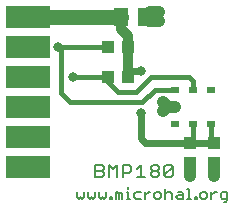
<source format=gtl>
G75*
%MOIN*%
%OFA0B0*%
%FSLAX25Y25*%
%IPPOS*%
%LPD*%
%AMOC8*
5,1,8,0,0,1.08239X$1,22.5*
%
%ADD10C,0.00600*%
%ADD11C,0.00800*%
%ADD12R,0.04252X0.04134*%
%ADD13R,0.05118X0.06299*%
%ADD14R,0.15000X0.07600*%
%ADD15R,0.02756X0.02362*%
%ADD16R,0.02362X0.02756*%
%ADD17R,0.03937X0.04331*%
%ADD18C,0.03175*%
%ADD19C,0.04000*%
%ADD20C,0.05000*%
%ADD21C,0.03200*%
%ADD22C,0.01600*%
%ADD23C,0.02400*%
D10*
X0036800Y0013683D02*
X0037367Y0013116D01*
X0037934Y0013683D01*
X0038501Y0013116D01*
X0039069Y0013683D01*
X0039069Y0015384D01*
X0040483Y0015384D02*
X0040483Y0013683D01*
X0041050Y0013116D01*
X0041617Y0013683D01*
X0042185Y0013116D01*
X0042752Y0013683D01*
X0042752Y0015384D01*
X0044166Y0015384D02*
X0044166Y0013683D01*
X0044733Y0013116D01*
X0045301Y0013683D01*
X0045868Y0013116D01*
X0046435Y0013683D01*
X0046435Y0015384D01*
X0047849Y0013683D02*
X0048417Y0013683D01*
X0048417Y0013116D01*
X0047849Y0013116D01*
X0047849Y0013683D01*
X0049691Y0013116D02*
X0049691Y0015384D01*
X0050258Y0015384D01*
X0050825Y0014817D01*
X0051392Y0015384D01*
X0051960Y0014817D01*
X0051960Y0013116D01*
X0050825Y0013116D02*
X0050825Y0014817D01*
X0053374Y0015384D02*
X0053941Y0015384D01*
X0053941Y0013116D01*
X0053374Y0013116D02*
X0054508Y0013116D01*
X0055830Y0013683D02*
X0056397Y0013116D01*
X0058098Y0013116D01*
X0059513Y0013116D02*
X0059513Y0015384D01*
X0059513Y0014250D02*
X0060647Y0015384D01*
X0061214Y0015384D01*
X0062582Y0014817D02*
X0062582Y0013683D01*
X0063149Y0013116D01*
X0064283Y0013116D01*
X0064851Y0013683D01*
X0064851Y0014817D01*
X0064283Y0015384D01*
X0063149Y0015384D01*
X0062582Y0014817D01*
X0066265Y0014817D02*
X0066832Y0015384D01*
X0067967Y0015384D01*
X0068534Y0014817D01*
X0068534Y0013116D01*
X0069948Y0013683D02*
X0070515Y0014250D01*
X0072217Y0014250D01*
X0072217Y0014817D02*
X0072217Y0013116D01*
X0070515Y0013116D01*
X0069948Y0013683D01*
X0070515Y0015384D02*
X0071650Y0015384D01*
X0072217Y0014817D01*
X0073631Y0013116D02*
X0074766Y0013116D01*
X0074199Y0013116D02*
X0074199Y0016519D01*
X0073631Y0016519D01*
X0076087Y0013683D02*
X0076654Y0013683D01*
X0076654Y0013116D01*
X0076087Y0013116D01*
X0076087Y0013683D01*
X0077928Y0013683D02*
X0077928Y0014817D01*
X0078496Y0015384D01*
X0079630Y0015384D01*
X0080197Y0014817D01*
X0080197Y0013683D01*
X0079630Y0013116D01*
X0078496Y0013116D01*
X0077928Y0013683D01*
X0081612Y0014250D02*
X0082746Y0015384D01*
X0083313Y0015384D01*
X0084681Y0014817D02*
X0084681Y0013683D01*
X0085248Y0013116D01*
X0086949Y0013116D01*
X0086949Y0012549D02*
X0086949Y0015384D01*
X0085248Y0015384D01*
X0084681Y0014817D01*
X0081612Y0015384D02*
X0081612Y0013116D01*
X0085815Y0011982D02*
X0086382Y0011982D01*
X0086949Y0012549D01*
X0066265Y0013116D02*
X0066265Y0016519D01*
X0058098Y0015384D02*
X0056397Y0015384D01*
X0055830Y0014817D01*
X0055830Y0013683D01*
X0053941Y0016519D02*
X0053941Y0017086D01*
X0036800Y0015384D02*
X0036800Y0013683D01*
D11*
X0042900Y0020216D02*
X0045002Y0020216D01*
X0045702Y0020916D01*
X0045702Y0021617D01*
X0045002Y0022318D01*
X0042900Y0022318D01*
X0042900Y0024419D02*
X0042900Y0020216D01*
X0045002Y0022318D02*
X0045702Y0023018D01*
X0045702Y0023719D01*
X0045002Y0024419D01*
X0042900Y0024419D01*
X0047504Y0024419D02*
X0047504Y0020216D01*
X0050306Y0020216D02*
X0050306Y0024419D01*
X0048905Y0023018D01*
X0047504Y0024419D01*
X0052108Y0024419D02*
X0052108Y0020216D01*
X0052108Y0021617D02*
X0054210Y0021617D01*
X0054910Y0022318D01*
X0054910Y0023719D01*
X0054210Y0024419D01*
X0052108Y0024419D01*
X0056712Y0023018D02*
X0058113Y0024419D01*
X0058113Y0020216D01*
X0056712Y0020216D02*
X0059514Y0020216D01*
X0061316Y0020916D02*
X0061316Y0021617D01*
X0062016Y0022318D01*
X0063417Y0022318D01*
X0064118Y0021617D01*
X0064118Y0020916D01*
X0063417Y0020216D01*
X0062016Y0020216D01*
X0061316Y0020916D01*
X0062016Y0022318D02*
X0061316Y0023018D01*
X0061316Y0023719D01*
X0062016Y0024419D01*
X0063417Y0024419D01*
X0064118Y0023719D01*
X0064118Y0023018D01*
X0063417Y0022318D01*
X0065920Y0020916D02*
X0065920Y0023719D01*
X0066620Y0024419D01*
X0068021Y0024419D01*
X0068722Y0023719D01*
X0065920Y0020916D01*
X0066620Y0020216D01*
X0068021Y0020216D01*
X0068722Y0020916D01*
X0068722Y0023719D01*
D12*
X0074500Y0024871D03*
X0074500Y0031761D03*
X0082500Y0031761D03*
X0082500Y0024871D03*
D13*
X0059437Y0073816D03*
X0051563Y0073816D03*
D14*
X0020500Y0023816D03*
X0020500Y0033816D03*
X0020500Y0043816D03*
X0020500Y0053816D03*
X0020500Y0063816D03*
X0020500Y0073816D03*
D15*
X0069594Y0049524D03*
X0075500Y0049524D03*
X0081406Y0049524D03*
X0081406Y0038107D03*
X0075500Y0038107D03*
X0069594Y0038107D03*
D16*
X0069594Y0043816D03*
D17*
X0053846Y0053816D03*
X0047154Y0053816D03*
X0047154Y0063816D03*
X0053846Y0063816D03*
D18*
X0058000Y0055816D03*
X0065500Y0045316D03*
X0065500Y0042316D03*
X0058000Y0041816D03*
X0035500Y0053816D03*
X0030500Y0063816D03*
X0064000Y0072316D03*
X0064000Y0075316D03*
X0074500Y0020816D03*
X0082500Y0020816D03*
D19*
X0082500Y0024871D01*
X0074500Y0024871D02*
X0074500Y0020816D01*
X0074500Y0031761D02*
X0074445Y0031816D01*
X0065500Y0042316D02*
X0067000Y0043816D01*
X0069500Y0043816D01*
X0069594Y0043816D01*
X0067000Y0043816D02*
X0065500Y0045316D01*
X0064000Y0072316D02*
X0060937Y0072316D01*
X0059437Y0073816D01*
X0059500Y0073816D02*
X0061000Y0075316D01*
X0064000Y0075316D01*
D20*
X0051563Y0073816D02*
X0020500Y0073816D01*
D21*
X0051500Y0073753D02*
X0051500Y0069816D01*
X0053846Y0067469D01*
X0053846Y0063816D01*
X0053846Y0055816D01*
X0053846Y0053816D01*
X0051500Y0073753D02*
X0051563Y0073816D01*
D22*
X0047154Y0063816D02*
X0031500Y0063816D01*
X0030500Y0063816D01*
X0031500Y0063816D02*
X0031500Y0048316D01*
X0034500Y0045316D01*
X0058500Y0045316D01*
X0062709Y0049524D01*
X0069594Y0049524D01*
X0074000Y0053816D02*
X0061500Y0053816D01*
X0056500Y0048816D01*
X0050500Y0048816D01*
X0047154Y0052162D01*
X0047154Y0053816D01*
X0035500Y0053816D01*
X0047154Y0053816D02*
X0047500Y0053469D01*
X0074000Y0053816D02*
X0075500Y0052316D01*
X0075500Y0049524D01*
X0075500Y0038107D02*
X0075500Y0032761D01*
X0074500Y0031761D01*
X0081406Y0032855D02*
X0081406Y0038107D01*
X0081406Y0032855D02*
X0082500Y0031761D01*
D23*
X0074500Y0031761D01*
X0074445Y0031816D02*
X0059500Y0031816D01*
X0058000Y0033316D01*
X0058000Y0041816D01*
X0058000Y0055816D02*
X0053846Y0055816D01*
M02*

</source>
